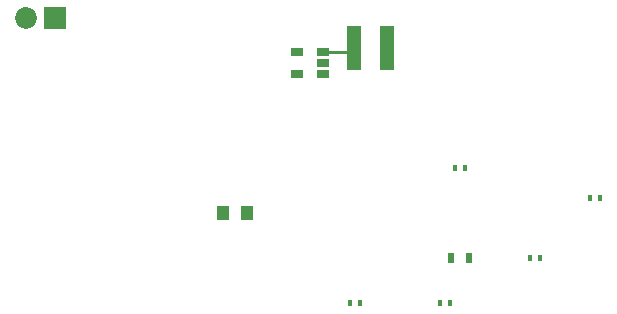
<source format=gbr>
G04 #@! TF.FileFunction,Copper,L1,Top,Signal*
%FSLAX46Y46*%
G04 Gerber Fmt 4.6, Leading zero omitted, Abs format (unit mm)*
G04 Created by KiCad (PCBNEW 4.0.7-e2-6376~61~ubuntu18.04.1) date Thu Jan  3 16:44:15 2019*
%MOMM*%
%LPD*%
G01*
G04 APERTURE LIST*
%ADD10C,0.100000*%
%ADD11R,0.400000X0.600000*%
%ADD12R,1.000000X1.250000*%
%ADD13R,0.500000X0.900000*%
%ADD14R,1.850000X1.850000*%
%ADD15C,1.850000*%
%ADD16R,1.200000X3.700000*%
%ADD17R,1.060000X0.650000*%
%ADD18C,0.250000*%
G04 APERTURE END LIST*
D10*
D11*
X165920000Y-118110000D03*
X166820000Y-118110000D03*
D12*
X134890000Y-119380000D03*
X136890000Y-119380000D03*
D13*
X154190000Y-123190000D03*
X155690000Y-123190000D03*
D11*
X160840000Y-123190000D03*
X161740000Y-123190000D03*
D14*
X120650000Y-102870000D03*
D15*
X118150000Y-102870000D03*
D16*
X145920000Y-105410000D03*
X148720000Y-105410000D03*
D11*
X145600000Y-127000000D03*
X146500000Y-127000000D03*
X154490000Y-115570000D03*
X155390000Y-115570000D03*
X153220000Y-127000000D03*
X154120000Y-127000000D03*
D17*
X143340000Y-107630000D03*
X143340000Y-106680000D03*
X143340000Y-105730000D03*
X141140000Y-105730000D03*
X141140000Y-107630000D03*
D18*
X143340000Y-105730000D02*
X145600000Y-105730000D01*
X145600000Y-105730000D02*
X145920000Y-105410000D01*
M02*

</source>
